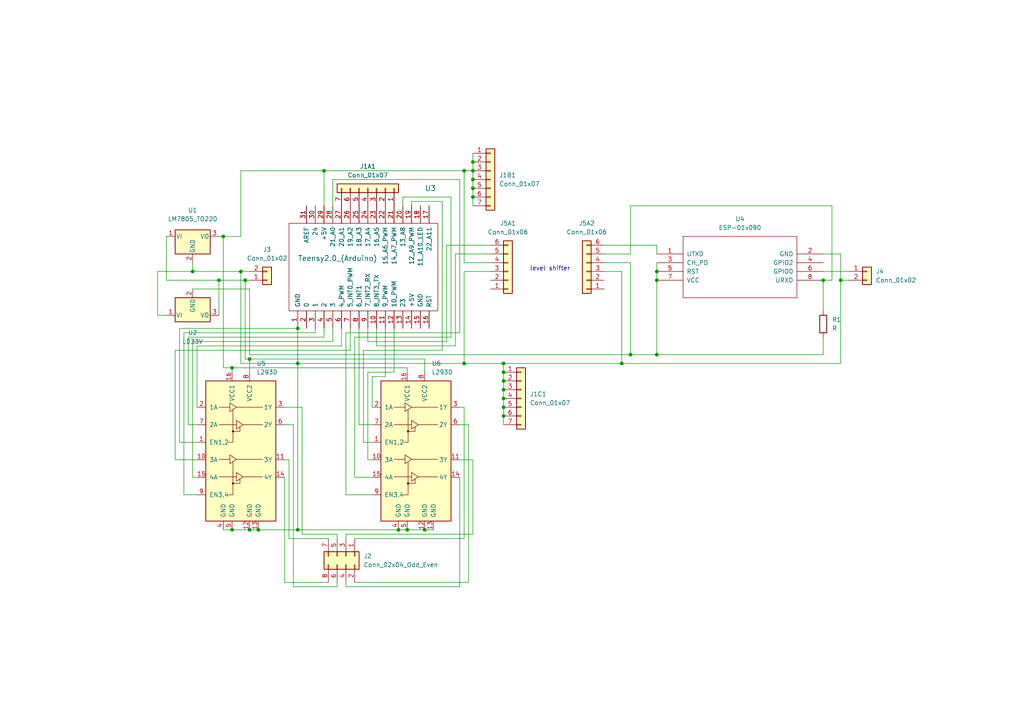
<source format=kicad_sch>
(kicad_sch (version 20211123) (generator eeschema)
  (paper "A4")
  (lib_symbols
    (symbol "Connector_Generic:Conn_01x02" (pin_names (offset 1.016) hide)
      (property "Reference" "J" (at 0 2.54 0))
      (property "Value" "Conn_01x02" (at 0 -5.08 0))
      (symbol "Conn_01x02_1_1"
        (rectangle (start -1.27 -2.413) (end 0 -2.667) (stroke (width 0.1524)))
        (rectangle (start -1.27 0.127) (end 0 -0.127) (stroke (width 0.1524)))
        (rectangle (start -1.27 1.27) (end 1.27 -3.81) (stroke (width 0.254)) (fill (type background)))
        (pin passive line (at -5.08 0 0) (length 3.81) (name "Pin_1") (number "1"))
        (pin passive line (at -5.08 -2.54 0) (length 3.81) (name "Pin_2") (number "2"))
      )
    )
    (symbol "Connector_Generic:Conn_01x06" (pin_names (offset 1.016) hide)
      (property "Reference" "J" (at 0 7.62 0))
      (property "Value" "Conn_01x06" (at 0 -10.16 0))
      (symbol "Conn_01x06_1_1"
        (rectangle (start -1.27 -7.493) (end 0 -7.747) (stroke (width 0.1524)))
        (rectangle (start -1.27 -4.953) (end 0 -5.207) (stroke (width 0.1524)))
        (rectangle (start -1.27 -2.413) (end 0 -2.667) (stroke (width 0.1524)))
        (rectangle (start -1.27 0.127) (end 0 -0.127) (stroke (width 0.1524)))
        (rectangle (start -1.27 2.667) (end 0 2.413) (stroke (width 0.1524)))
        (rectangle (start -1.27 5.207) (end 0 4.953) (stroke (width 0.1524)))
        (rectangle (start -1.27 6.35) (end 1.27 -8.89) (stroke (width 0.254)) (fill (type background)))
        (pin passive line (at -5.08 5.08 0) (length 3.81) (name "Pin_1") (number "1"))
        (pin passive line (at -5.08 2.54 0) (length 3.81) (name "Pin_2") (number "2"))
        (pin passive line (at -5.08 0 0) (length 3.81) (name "Pin_3") (number "3"))
        (pin passive line (at -5.08 -2.54 0) (length 3.81) (name "Pin_4") (number "4"))
        (pin passive line (at -5.08 -5.08 0) (length 3.81) (name "Pin_5") (number "5"))
        (pin passive line (at -5.08 -7.62 0) (length 3.81) (name "Pin_6") (number "6"))
      )
    )
    (symbol "Connector_Generic:Conn_01x07" (pin_names (offset 1.016) hide)
      (property "Reference" "J" (at 0 10.16 0))
      (property "Value" "Conn_01x07" (at 0 -10.16 0))
      (symbol "Conn_01x07_1_1"
        (rectangle (start -1.27 -7.493) (end 0 -7.747) (stroke (width 0.1524)))
        (rectangle (start -1.27 -4.953) (end 0 -5.207) (stroke (width 0.1524)))
        (rectangle (start -1.27 -2.413) (end 0 -2.667) (stroke (width 0.1524)))
        (rectangle (start -1.27 0.127) (end 0 -0.127) (stroke (width 0.1524)))
        (rectangle (start -1.27 2.667) (end 0 2.413) (stroke (width 0.1524)))
        (rectangle (start -1.27 5.207) (end 0 4.953) (stroke (width 0.1524)))
        (rectangle (start -1.27 7.747) (end 0 7.493) (stroke (width 0.1524)))
        (rectangle (start -1.27 8.89) (end 1.27 -8.89) (stroke (width 0.254)) (fill (type background)))
        (pin passive line (at -5.08 7.62 0) (length 3.81) (name "Pin_1") (number "1"))
        (pin passive line (at -5.08 5.08 0) (length 3.81) (name "Pin_2") (number "2"))
        (pin passive line (at -5.08 2.54 0) (length 3.81) (name "Pin_3") (number "3"))
        (pin passive line (at -5.08 0 0) (length 3.81) (name "Pin_4") (number "4"))
        (pin passive line (at -5.08 -2.54 0) (length 3.81) (name "Pin_5") (number "5"))
        (pin passive line (at -5.08 -5.08 0) (length 3.81) (name "Pin_6") (number "6"))
        (pin passive line (at -5.08 -7.62 0) (length 3.81) (name "Pin_7") (number "7"))
      )
    )
    (symbol "Connector_Generic:Conn_02x04_Odd_Even" (pin_names (offset 1.016) hide)
      (property "Reference" "J" (at 1.27 5.08 0))
      (property "Value" "Conn_02x04_Odd_Even" (at 1.27 -7.62 0))
      (symbol "Conn_02x04_Odd_Even_1_1"
        (rectangle (start -1.27 -4.953) (end 0 -5.207) (stroke (width 0.1524)))
        (rectangle (start -1.27 -2.413) (end 0 -2.667) (stroke (width 0.1524)))
        (rectangle (start -1.27 0.127) (end 0 -0.127) (stroke (width 0.1524)))
        (rectangle (start -1.27 2.667) (end 0 2.413) (stroke (width 0.1524)))
        (rectangle (start -1.27 3.81) (end 3.81 -6.35) (stroke (width 0.254)) (fill (type background)))
        (rectangle (start 3.81 -4.953) (end 2.54 -5.207) (stroke (width 0.1524)))
        (rectangle (start 3.81 -2.413) (end 2.54 -2.667) (stroke (width 0.1524)))
        (rectangle (start 3.81 0.127) (end 2.54 -0.127) (stroke (width 0.1524)))
        (rectangle (start 3.81 2.667) (end 2.54 2.413) (stroke (width 0.1524)))
        (pin passive line (at -5.08 2.54 0) (length 3.81) (name "Pin_1") (number "1"))
        (pin passive line (at 7.62 2.54 180) (length 3.81) (name "Pin_2") (number "2"))
        (pin passive line (at -5.08 0 0) (length 3.81) (name "Pin_3") (number "3"))
        (pin passive line (at 7.62 0 180) (length 3.81) (name "Pin_4") (number "4"))
        (pin passive line (at -5.08 -2.54 0) (length 3.81) (name "Pin_5") (number "5"))
        (pin passive line (at 7.62 -2.54 180) (length 3.81) (name "Pin_6") (number "6"))
        (pin passive line (at -5.08 -5.08 0) (length 3.81) (name "Pin_7") (number "7"))
        (pin passive line (at 7.62 -5.08 180) (length 3.81) (name "Pin_8") (number "8"))
      )
    )
    (symbol "Device:R" (pin_numbers hide) (pin_names (offset 0))
      (property "Reference" "R" (at 2.032 0 90))
      (property "Value" "R" (at 0 0 90))
      (symbol "R_0_1"
        (rectangle (start -1.016 -2.54) (end 1.016 2.54) (stroke (width 0.254)))
      )
      (symbol "R_1_1"
        (pin passive line (at 0 3.81 270) (length 1.27) (name "~") (number "1"))
        (pin passive line (at 0 -3.81 90) (length 1.27) (name "~") (number "2"))
      )
    )
    (symbol "Driver_Motor:L293D" (pin_names (offset 1.016))
      (property "Reference" "U" (at -5.08 26.035 0))
      (property "Value" "L293D" (at -5.08 24.13 0))
      (symbol "L293D_0_1"
        (rectangle (start -10.16 22.86) (end 10.16 -17.78) (stroke (width 0.254)) (fill (type background)))
        (circle (center -2.286 -6.858) (radius 0.254) (fill (type outline)))
        (circle (center -2.286 8.255) (radius 0.254) (fill (type outline)))
        (polyline (pts (xy -6.35 -4.953) (xy -1.27 -4.953)))
        (polyline (pts (xy -6.35 0.127) (xy -3.175 0.127)))
        (polyline (pts (xy -6.35 10.16) (xy -1.27 10.16)))
        (polyline (pts (xy -6.35 15.24) (xy -3.175 15.24)))
        (polyline (pts (xy -1.27 0.127) (xy 6.35 0.127)))
        (polyline (pts (xy -1.27 15.24) (xy 6.35 15.24)))
        (polyline (pts (xy 0.635 -4.953) (xy 6.35 -4.953)))
        (polyline (pts (xy 0.635 10.16) (xy 6.35 10.16)))
        (polyline (pts (xy -2.286 -6.858) (xy -0.254 -6.858) (xy -0.254 -5.588)))
        (polyline (pts (xy -2.286 -0.635) (xy -2.286 -10.16) (xy -3.556 -10.16)))
        (polyline (pts (xy -2.286 8.255) (xy -0.254 8.255) (xy -0.254 9.525)))
        (polyline (pts (xy -2.286 14.478) (xy -2.286 5.08) (xy -3.556 5.08)))
        (polyline (pts (xy -3.175 1.397) (xy -3.175 -1.143) (xy -1.27 0.127) (xy -3.175 1.397)))
        (polyline (pts (xy -3.175 16.51) (xy -3.175 13.97) (xy -1.27 15.24) (xy -3.175 16.51)))
        (polyline (pts (xy -1.27 -3.683) (xy -1.27 -6.223) (xy 0.635 -4.953) (xy -1.27 -3.683)))
        (polyline (pts (xy -1.27 11.43) (xy -1.27 8.89) (xy 0.635 10.16) (xy -1.27 11.43)))
      )
      (symbol "L293D_1_1"
        (pin input line (at -12.7 5.08 0) (length 2.54) (name "EN1,2") (number "1"))
        (pin input line (at -12.7 0 0) (length 2.54) (name "3A") (number "10"))
        (pin output line (at 12.7 0 180) (length 2.54) (name "3Y") (number "11"))
        (pin power_in line (at 2.54 -20.32 90) (length 2.54) (name "GND") (number "12"))
        (pin power_in line (at 5.08 -20.32 90) (length 2.54) (name "GND") (number "13"))
        (pin output line (at 12.7 -5.08 180) (length 2.54) (name "4Y") (number "14"))
        (pin input line (at -12.7 -5.08 0) (length 2.54) (name "4A") (number "15"))
        (pin power_in line (at -2.54 25.4 270) (length 2.54) (name "VCC1") (number "16"))
        (pin input line (at -12.7 15.24 0) (length 2.54) (name "1A") (number "2"))
        (pin output line (at 12.7 15.24 180) (length 2.54) (name "1Y") (number "3"))
        (pin power_in line (at -5.08 -20.32 90) (length 2.54) (name "GND") (number "4"))
        (pin power_in line (at -2.54 -20.32 90) (length 2.54) (name "GND") (number "5"))
        (pin output line (at 12.7 10.16 180) (length 2.54) (name "2Y") (number "6"))
        (pin input line (at -12.7 10.16 0) (length 2.54) (name "2A") (number "7"))
        (pin power_in line (at 2.54 25.4 270) (length 2.54) (name "VCC2") (number "8"))
        (pin input line (at -12.7 -10.16 0) (length 2.54) (name "EN3,4") (number "9"))
      )
    )
    (symbol "ESP8266:ESP-01v090" (pin_names (offset 1.016))
      (property "Reference" "U" (at 0 -2.54 0))
      (property "Value" "ESP-01v090" (at 0 2.54 0))
      (symbol "ESP-01v090_1_0"
        (rectangle (start -16.51 -8.89) (end 16.51 8.89))
      )
      (symbol "ESP-01v090_1_1"
        (pin output line (at -24.13 3.81 0) (length 7.62) (name "UTXD") (number "1"))
        (pin power_in line (at 24.13 3.81 180) (length 7.62) (name "GND") (number "2"))
        (pin input line (at -24.13 1.27 0) (length 7.62) (name "CH_PD") (number "3"))
        (pin tri_state line (at 24.13 1.27 180) (length 7.62) (name "GPIO2") (number "4"))
        (pin input line (at -24.13 -1.27 0) (length 7.62) (name "RST") (number "5"))
        (pin tri_state line (at 24.13 -1.27 180) (length 7.62) (name "GPIO0") (number "6"))
        (pin power_in line (at -24.13 -3.81 0) (length 7.62) (name "VCC") (number "7"))
        (pin input line (at 24.13 -3.81 180) (length 7.62) (name "URXD") (number "8"))
      )
    )
    (symbol "Regulator_Linear:LM7805_TO220" (pin_names (offset 0.254))
      (property "Reference" "U" (at -3.81 3.175 0))
      (property "Value" "LM7805_TO220" (at 0 3.175 0))
      (symbol "LM7805_TO220_0_1"
        (rectangle (start -5.08 1.905) (end 5.08 -5.08) (stroke (width 0.254)) (fill (type background)))
      )
      (symbol "LM7805_TO220_1_1"
        (pin power_in line (at -7.62 0 0) (length 2.54) (name "VI") (number "1"))
        (pin power_in line (at 0 -7.62 90) (length 2.54) (name "GND") (number "2"))
        (pin power_out line (at 7.62 0 180) (length 2.54) (name "VO") (number "3"))
      )
    )
    (symbol "teensy:Teensy2.0_(Arduino)" (pin_names (offset 1.016))
      (property "Reference" "U" (at 0 24.13 0))
      (property "Value" "Teensy2.0_(Arduino)" (at 0 -24.13 0))
      (symbol "Teensy2.0_(Arduino)_0_1"
        (rectangle (start -12.7 21.59) (end 12.7 -21.59))
      )
      (symbol "Teensy2.0_(Arduino)_1_1"
        (pin power_in line (at -17.78 19.05 0) (length 5.08) (name "GND") (number "1"))
        (pin bidirectional line (at -17.78 -3.81 0) (length 5.08) (name "8_INT3_TX") (number "10"))
        (pin bidirectional line (at -17.78 -6.35 0) (length 5.08) (name "9_PWM") (number "11"))
        (pin bidirectional line (at -17.78 -8.89 0) (length 5.08) (name "10_PWM") (number "12"))
        (pin bidirectional line (at -17.78 -11.43 0) (length 5.08) (name "23") (number "13"))
        (pin power_in line (at -17.78 -13.97 0) (length 5.08) (name "+5V") (number "14"))
        (pin power_in line (at -17.78 -16.51 0) (length 5.08) (name "GND") (number "15"))
        (pin input line (at -17.78 -19.05 0) (length 5.08) (name "RST") (number "16"))
        (pin bidirectional line (at 17.78 -19.05 180) (length 5.08) (name "22_A11") (number "17"))
        (pin bidirectional line (at 17.78 -16.51 180) (length 5.08) (name "11_A10_LED") (number "18"))
        (pin bidirectional line (at 17.78 -13.97 180) (length 5.08) (name "12_A9_PWM") (number "19"))
        (pin bidirectional line (at -17.78 16.51 0) (length 5.08) (name "0") (number "2"))
        (pin bidirectional line (at 17.78 -11.43 180) (length 5.08) (name "13_A8") (number "20"))
        (pin bidirectional line (at 17.78 -8.89 180) (length 5.08) (name "14_A7_PWM") (number "21"))
        (pin bidirectional line (at 17.78 -6.35 180) (length 5.08) (name "15_A6_PWM") (number "22"))
        (pin bidirectional line (at 17.78 -3.81 180) (length 5.08) (name "16_A5") (number "23"))
        (pin bidirectional line (at 17.78 -1.27 180) (length 5.08) (name "17_A4") (number "24"))
        (pin bidirectional line (at 17.78 1.27 180) (length 5.08) (name "18_A3") (number "25"))
        (pin bidirectional line (at 17.78 3.81 180) (length 5.08) (name "19_A2") (number "26"))
        (pin bidirectional line (at 17.78 6.35 180) (length 5.08) (name "20_A1") (number "27"))
        (pin bidirectional line (at 17.78 8.89 180) (length 5.08) (name "21_A0") (number "28"))
        (pin power_in line (at 17.78 11.43 180) (length 5.08) (name "+5V") (number "29"))
        (pin bidirectional line (at -17.78 13.97 0) (length 5.08) (name "1") (number "3"))
        (pin bidirectional line (at 17.78 13.97 180) (length 5.08) (name "24") (number "30"))
        (pin input line (at 17.78 16.51 180) (length 5.08) (name "AREF") (number "31"))
        (pin bidirectional line (at -17.78 11.43 0) (length 5.08) (name "2") (number "4"))
        (pin bidirectional line (at -17.78 8.89 0) (length 5.08) (name "3") (number "5"))
        (pin bidirectional line (at -17.78 6.35 0) (length 5.08) (name "4_PWM") (number "6"))
        (pin bidirectional line (at -17.78 3.81 0) (length 5.08) (name "5_INT0_PWM") (number "7"))
        (pin bidirectional line (at -17.78 1.27 0) (length 5.08) (name "6_INT1") (number "8"))
        (pin bidirectional line (at -17.78 -1.27 0) (length 5.08) (name "7_INT2_RX") (number "9"))
      )
    )
  )
  (junction (at 72.39 153.67))
  (junction (at 69.85 78.74))
  (junction (at 137.16 57.15))
  (junction (at 118.11 153.67))
  (junction (at 238.76 81.28))
  (junction (at 180.34 105.41))
  (junction (at 86.36 153.67))
  (junction (at 134.62 49.53))
  (junction (at 63.5 81.28))
  (junction (at 86.36 95.25))
  (junction (at 86.36 105.41))
  (junction (at 182.88 102.87))
  (junction (at 190.5 81.28))
  (junction (at 146.05 113.03))
  (junction (at 93.98 49.53))
  (junction (at 72.39 104.14))
  (junction (at 67.31 106.68))
  (junction (at 137.16 52.07))
  (junction (at 71.12 81.28))
  (junction (at 55.88 78.74))
  (junction (at 137.16 54.61))
  (junction (at 146.05 120.65))
  (junction (at 146.05 115.57))
  (junction (at 137.16 46.99))
  (junction (at 137.16 49.53))
  (junction (at 115.57 153.67))
  (junction (at 74.93 153.67))
  (junction (at 123.19 153.67))
  (junction (at 243.84 81.28))
  (junction (at 64.77 68.58))
  (junction (at 146.05 107.95))
  (junction (at 190.5 78.74))
  (junction (at 146.05 110.49))
  (junction (at 146.05 105.41))
  (junction (at 146.05 118.11))
  (junction (at 67.31 153.67))
  (junction (at 134.62 105.41))
  (junction (at 190.5 102.87))
  (wire (pts (xy 69.85 68.58) (xy 69.85 49.53)))
  (wire (pts (xy 106.68 99.06) (xy 129.54 99.06)))
  (wire (pts (xy 137.16 49.53) (xy 137.16 52.07)))
  (wire (pts (xy 82.55 133.35) (xy 83.82 133.35)))
  (wire (pts (xy 54.61 97.79) (xy 54.61 123.19)))
  (wire (pts (xy 133.35 133.35) (xy 137.16 133.35)))
  (wire (pts (xy 85.09 170.18) (xy 97.79 170.18)))
  (wire (pts (xy 182.88 73.66) (xy 182.88 59.69)))
  (wire (pts (xy 86.36 105.41) (xy 134.62 105.41)))
  (wire (pts (xy 129.54 71.12) (xy 129.54 99.06)))
  (wire (pts (xy 96.52 52.07) (xy 133.35 52.07)))
  (wire (pts (xy 137.16 54.61) (xy 137.16 57.15)))
  (wire (pts (xy 93.98 49.53) (xy 134.62 49.53)))
  (wire (pts (xy 71.12 104.14) (xy 71.12 81.28)))
  (wire (pts (xy 48.26 68.58) (xy 48.26 81.28)))
  (wire (pts (xy 86.36 105.41) (xy 86.36 153.67)))
  (wire (pts (xy 100.33 96.52) (xy 100.33 143.51)))
  (wire (pts (xy 67.31 106.68) (xy 67.31 107.95)))
  (wire (pts (xy 243.84 81.28) (xy 246.38 81.28)))
  (wire (pts (xy 48.26 81.28) (xy 63.5 81.28)))
  (wire (pts (xy 182.88 102.87) (xy 182.88 76.2)))
  (wire (pts (xy 106.68 107.95) (xy 106.68 133.35)))
  (wire (pts (xy 109.22 100.33) (xy 132.08 100.33)))
  (wire (pts (xy 107.95 109.22) (xy 107.95 118.11)))
  (wire (pts (xy 83.82 156.21) (xy 83.82 133.35)))
  (wire (pts (xy 133.35 96.52) (xy 100.33 96.52)))
  (wire (pts (xy 142.24 71.12) (xy 129.54 71.12)))
  (wire (pts (xy 87.63 118.11) (xy 87.63 154.94)))
  (wire (pts (xy 130.81 57.15) (xy 130.81 97.79)))
  (wire (pts (xy 63.5 68.58) (xy 64.77 68.58)))
  (wire (pts (xy 72.39 102.87) (xy 182.88 102.87)))
  (wire (pts (xy 130.81 97.79) (xy 102.87 97.79)))
  (wire (pts (xy 101.6 95.25) (xy 101.6 101.6)))
  (wire (pts (xy 119.38 58.42) (xy 128.27 58.42)))
  (wire (pts (xy 82.55 138.43) (xy 82.55 168.91)))
  (wire (pts (xy 91.44 96.52) (xy 53.34 96.52)))
  (wire (pts (xy 118.11 106.68) (xy 118.11 107.95)))
  (wire (pts (xy 111.76 109.22) (xy 107.95 109.22)))
  (wire (pts (xy 182.88 59.69) (xy 241.3 59.69)))
  (wire (pts (xy 146.05 118.11) (xy 146.05 120.65)))
  (wire (pts (xy 67.31 106.68) (xy 118.11 106.68)))
  (wire (pts (xy 119.38 59.69) (xy 119.38 58.42)))
  (wire (pts (xy 82.55 168.91) (xy 95.25 168.91)))
  (wire (pts (xy 50.8 133.35) (xy 57.15 133.35)))
  (wire (pts (xy 137.16 44.45) (xy 137.16 46.99)))
  (wire (pts (xy 106.68 133.35) (xy 107.95 133.35)))
  (wire (pts (xy 55.88 76.2) (xy 55.88 78.74)))
  (wire (pts (xy 142.24 76.2) (xy 134.62 76.2)))
  (wire (pts (xy 133.35 52.07) (xy 133.35 96.52)))
  (wire (pts (xy 97.79 154.94) (xy 97.79 156.21)))
  (wire (pts (xy 115.57 153.67) (xy 118.11 153.67)))
  (wire (pts (xy 55.88 83.82) (xy 72.39 83.82)))
  (wire (pts (xy 111.76 95.25) (xy 111.76 109.22)))
  (wire (pts (xy 135.89 123.19) (xy 135.89 168.91)))
  (wire (pts (xy 104.14 123.19) (xy 107.95 123.19)))
  (wire (pts (xy 132.08 100.33) (xy 132.08 73.66)))
  (wire (pts (xy 238.76 73.66) (xy 243.84 73.66)))
  (wire (pts (xy 109.22 95.25) (xy 109.22 100.33)))
  (wire (pts (xy 182.88 102.87) (xy 190.5 102.87)))
  (wire (pts (xy 133.35 123.19) (xy 135.89 123.19)))
  (wire (pts (xy 63.5 81.28) (xy 63.5 91.44)))
  (wire (pts (xy 241.3 59.69) (xy 241.3 81.28)))
  (wire (pts (xy 99.06 100.33) (xy 57.15 100.33)))
  (wire (pts (xy 146.05 113.03) (xy 146.05 115.57)))
  (wire (pts (xy 123.19 104.14) (xy 72.39 104.14)))
  (wire (pts (xy 95.25 156.21) (xy 83.82 156.21)))
  (wire (pts (xy 190.5 78.74) (xy 190.5 81.28)))
  (wire (pts (xy 71.12 81.28) (xy 72.39 81.28)))
  (wire (pts (xy 137.16 52.07) (xy 137.16 54.61)))
  (wire (pts (xy 105.41 128.27) (xy 107.95 128.27)))
  (wire (pts (xy 146.05 107.95) (xy 146.05 110.49)))
  (wire (pts (xy 114.3 107.95) (xy 106.68 107.95)))
  (wire (pts (xy 146.05 120.65) (xy 146.05 123.19)))
  (wire (pts (xy 134.62 156.21) (xy 134.62 118.11)))
  (wire (pts (xy 137.16 46.99) (xy 137.16 49.53)))
  (wire (pts (xy 137.16 133.35) (xy 137.16 154.94)))
  (wire (pts (xy 100.33 154.94) (xy 100.33 156.21)))
  (wire (pts (xy 53.34 143.51) (xy 57.15 143.51)))
  (wire (pts (xy 190.5 76.2) (xy 190.5 78.74)))
  (wire (pts (xy 134.62 105.41) (xy 134.62 78.74)))
  (wire (pts (xy 146.05 105.41) (xy 180.34 105.41)))
  (wire (pts (xy 72.39 83.82) (xy 72.39 102.87)))
  (wire (pts (xy 64.77 68.58) (xy 69.85 68.58)))
  (wire (pts (xy 69.85 105.41) (xy 86.36 105.41)))
  (wire (pts (xy 133.35 170.18) (xy 100.33 170.18)))
  (wire (pts (xy 133.35 138.43) (xy 133.35 170.18)))
  (wire (pts (xy 82.55 118.11) (xy 87.63 118.11)))
  (wire (pts (xy 87.63 154.94) (xy 97.79 154.94)))
  (wire (pts (xy 104.14 95.25) (xy 104.14 123.19)))
  (wire (pts (xy 123.19 107.95) (xy 123.19 104.14)))
  (wire (pts (xy 86.36 153.67) (xy 115.57 153.67)))
  (wire (pts (xy 105.41 101.6) (xy 105.41 128.27)))
  (wire (pts (xy 93.98 49.53) (xy 93.98 59.69)))
  (wire (pts (xy 134.62 78.74) (xy 142.24 78.74)))
  (wire (pts (xy 128.27 101.6) (xy 105.41 101.6)))
  (wire (pts (xy 69.85 49.53) (xy 93.98 49.53)))
  (wire (pts (xy 238.76 81.28) (xy 238.76 90.17)))
  (wire (pts (xy 45.72 91.44) (xy 48.26 91.44)))
  (wire (pts (xy 175.26 73.66) (xy 182.88 73.66)))
  (wire (pts (xy 55.88 138.43) (xy 57.15 138.43)))
  (wire (pts (xy 72.39 104.14) (xy 72.39 107.95)))
  (wire (pts (xy 180.34 78.74) (xy 180.34 105.41)))
  (wire (pts (xy 134.62 105.41) (xy 146.05 105.41)))
  (wire (pts (xy 100.33 143.51) (xy 107.95 143.51)))
  (wire (pts (xy 57.15 100.33) (xy 57.15 118.11)))
  (wire (pts (xy 190.5 102.87) (xy 190.5 81.28)))
  (wire (pts (xy 116.84 59.69) (xy 116.84 57.15)))
  (wire (pts (xy 123.19 153.67) (xy 125.73 153.67)))
  (wire (pts (xy 45.72 78.74) (xy 45.72 91.44)))
  (wire (pts (xy 175.26 71.12) (xy 190.5 71.12)))
  (wire (pts (xy 64.77 68.58) (xy 64.77 106.68)))
  (wire (pts (xy 100.33 168.91) (xy 100.33 170.18)))
  (wire (pts (xy 134.62 49.53) (xy 137.16 49.53)))
  (wire (pts (xy 146.05 105.41) (xy 146.05 107.95)))
  (wire (pts (xy 238.76 78.74) (xy 246.38 78.74)))
  (wire (pts (xy 137.16 57.15) (xy 137.16 59.69)))
  (wire (pts (xy 97.79 170.18) (xy 97.79 168.91)))
  (wire (pts (xy 52.07 128.27) (xy 57.15 128.27)))
  (wire (pts (xy 238.76 102.87) (xy 190.5 102.87)))
  (wire (pts (xy 175.26 76.2) (xy 182.88 76.2)))
  (wire (pts (xy 116.84 57.15) (xy 130.81 57.15)))
  (wire (pts (xy 243.84 105.41) (xy 243.84 81.28)))
  (wire (pts (xy 175.26 78.74) (xy 180.34 78.74)))
  (wire (pts (xy 102.87 97.79) (xy 102.87 138.43)))
  (wire (pts (xy 114.3 95.25) (xy 114.3 107.95)))
  (wire (pts (xy 96.52 99.06) (xy 55.88 99.06)))
  (wire (pts (xy 99.06 95.25) (xy 99.06 100.33)))
  (wire (pts (xy 52.07 95.25) (xy 52.07 128.27)))
  (wire (pts (xy 55.88 99.06) (xy 55.88 138.43)))
  (wire (pts (xy 82.55 123.19) (xy 85.09 123.19)))
  (wire (pts (xy 137.16 154.94) (xy 100.33 154.94)))
  (wire (pts (xy 72.39 104.14) (xy 71.12 104.14)))
  (wire (pts (xy 93.98 95.25) (xy 93.98 97.79)))
  (wire (pts (xy 102.87 156.21) (xy 134.62 156.21)))
  (wire (pts (xy 69.85 78.74) (xy 69.85 105.41)))
  (wire (pts (xy 64.77 106.68) (xy 67.31 106.68)))
  (wire (pts (xy 53.34 96.52) (xy 53.34 143.51)))
  (wire (pts (xy 72.39 153.67) (xy 74.93 153.67)))
  (wire (pts (xy 134.62 76.2) (xy 134.62 49.53)))
  (wire (pts (xy 132.08 73.66) (xy 142.24 73.66)))
  (wire (pts (xy 91.44 95.25) (xy 91.44 96.52)))
  (wire (pts (xy 67.31 153.67) (xy 72.39 153.67)))
  (wire (pts (xy 86.36 95.25) (xy 86.36 105.41)))
  (wire (pts (xy 118.11 153.67) (xy 123.19 153.67)))
  (wire (pts (xy 146.05 110.49) (xy 146.05 113.03)))
  (wire (pts (xy 52.07 95.25) (xy 86.36 95.25)))
  (wire (pts (xy 180.34 105.41) (xy 243.84 105.41)))
  (wire (pts (xy 238.76 97.79) (xy 238.76 102.87)))
  (wire (pts (xy 106.68 95.25) (xy 106.68 99.06)))
  (wire (pts (xy 55.88 78.74) (xy 45.72 78.74)))
  (wire (pts (xy 102.87 138.43) (xy 107.95 138.43)))
  (wire (pts (xy 238.76 81.28) (xy 241.3 81.28)))
  (wire (pts (xy 190.5 71.12) (xy 190.5 73.66)))
  (wire (pts (xy 85.09 123.19) (xy 85.09 170.18)))
  (wire (pts (xy 133.35 118.11) (xy 134.62 118.11)))
  (wire (pts (xy 93.98 97.79) (xy 54.61 97.79)))
  (wire (pts (xy 63.5 81.28) (xy 71.12 81.28)))
  (wire (pts (xy 101.6 101.6) (xy 50.8 101.6)))
  (wire (pts (xy 54.61 123.19) (xy 57.15 123.19)))
  (wire (pts (xy 128.27 58.42) (xy 128.27 101.6)))
  (wire (pts (xy 55.88 78.74) (xy 69.85 78.74)))
  (wire (pts (xy 96.52 95.25) (xy 96.52 99.06)))
  (wire (pts (xy 86.36 153.67) (xy 74.93 153.67)))
  (wire (pts (xy 50.8 101.6) (xy 50.8 133.35)))
  (wire (pts (xy 69.85 78.74) (xy 72.39 78.74)))
  (wire (pts (xy 102.87 168.91) (xy 135.89 168.91)))
  (wire (pts (xy 96.52 59.69) (xy 96.52 52.07)))
  (wire (pts (xy 146.05 115.57) (xy 146.05 118.11)))
  (wire (pts (xy 243.84 81.28) (xy 243.84 73.66)))
  (wire (pts (xy 64.77 153.67) (xy 67.31 153.67)))
  (text "level shifter" (at 153.67 78.74 0) (effects (font (size 1.27 1.27)) (justify left bottom)))
  (symbol (lib_id "Driver_Motor:L293D") (at 120.65 133.35 0) (unit 1)
    (property "Reference" "U6" (at 125.2094 105.41 0) (effects (justify left)))
    (property "Value" "L293D" (at 125.2094 107.95 0) (effects (justify left)))
    (property "Footprint" "Package_DIP:DIP-16_W7.62mm" (effects hide))
    (property "Datasheet" "http://www.ti.com/lit/ds/symlink/l293.pdf" (effects hide))
  )
  (symbol (lib_id "Connector_Generic:Conn_01x06") (at 147.32 78.74 0) (mirror x) (unit 1)
    (property "Reference" "J5A1" (at 147.32 64.77 0))
    (property "Value" "Conn_01x06" (at 147.32 67.31 0))
    (property "Footprint" "Connector_PinSocket_2.54mm:PinSocket_1x06_P2.54mm_Vertical" (effects hide))
  )
  (symbol (lib_id "Connector_Generic:Conn_01x07") (at 151.13 115.57 0) (unit 1)
    (property "Reference" "J1C1" (at 153.67 114.2999 0) (effects (justify left)))
    (property "Value" "Conn_01x07" (at 153.67 116.8399 0) (effects (justify left)))
    (property "Footprint" "Connector_PinSocket_2.54mm:PinSocket_1x07_P2.54mm_Vertical" (effects hide))
  )
  (symbol (lib_id "Connector_Generic:Conn_01x02") (at 77.47 81.28 0) (mirror x) (unit 1)
    (property "Reference" "J3" (at 77.47 72.39 0))
    (property "Value" "Conn_01x02" (at 77.47 74.93 0))
    (property "Footprint" "Connector_PinSocket_2.54mm:PinSocket_1x02_P2.54mm_Vertical" (effects hide))
  )
  (symbol (lib_id "Regulator_Linear:LM7805_TO220") (at 55.88 68.58 0) (unit 1)
    (property "Reference" "U1" (at 55.88 60.96 0))
    (property "Value" "LM7805_TO220" (at 55.88 63.5 0))
    (property "Footprint" "Package_TO_SOT_THT:TO-220-3_Horizontal_TabDown" (effects hide))
    (property "Datasheet" "https://www.onsemi.cn/PowerSolutions/document/MC7800-D.PDF" (effects hide))
  )
  (symbol (lib_id "ESP8266:ESP-01v090") (at 214.63 77.47 0) (unit 1)
    (property "Reference" "U4" (at 214.63 63.5 0))
    (property "Value" "ESP-01v090" (at 214.63 66.04 0))
    (property "Footprint" "ESP8266:ESP-01" (effects hide))
    (property "Datasheet" "http://l0l.org.uk/2014/12/esp8266-modules-hardware-guide-gotta-catch-em-all/" (effects hide))
  )
  (symbol (lib_id "Connector_Generic:Conn_01x07") (at 142.24 52.07 0) (unit 1)
    (property "Reference" "J1B1" (at 144.78 50.7999 0) (effects (justify left)))
    (property "Value" "Conn_01x07" (at 144.78 53.3399 0) (effects (justify left)))
    (property "Footprint" "Connector_PinSocket_2.54mm:PinSocket_1x07_P2.54mm_Vertical" (effects hide))
  )
  (symbol (lib_id "teensy:Teensy2.0_(Arduino)") (at 105.41 77.47 90) (unit 1)
    (property "Reference" "U3" (at 123.19 54.61 90) (effects (font (size 1.524 1.524)) (justify right)))
    (property "Value" "Teensy2.0_(Arduino)" (at 86.36 74.93 90) (effects (font (size 1.524 1.524)) (justify right)))
    (property "Footprint" "teensy:Teensy2.0" (effects hide))
  )
  (symbol (lib_id "Connector_Generic:Conn_01x07") (at 106.68 54.61 270) (mirror x) (unit 1)
    (property "Reference" "J1A1" (at 106.68 48.26 90))
    (property "Value" "Conn_01x07" (at 106.68 50.8 90))
    (property "Footprint" "Connector_PinSocket_2.54mm:PinSocket_1x07_P2.54mm_Vertical" (effects hide))
  )
  (symbol (lib_id "Driver_Motor:L293D") (at 69.85 133.35 0) (unit 1)
    (property "Reference" "U5" (at 74.4094 105.41 0) (effects (justify left)))
    (property "Value" "L293D" (at 74.4094 107.95 0) (effects (justify left)))
    (property "Footprint" "Package_DIP:DIP-16_W7.62mm" (effects hide))
    (property "Datasheet" "http://www.ti.com/lit/ds/symlink/l293.pdf" (effects hide))
  )
  (symbol (lib_id "Connector_Generic:Conn_02x04_Odd_Even") (at 100.33 161.29 270) (unit 1)
    (property "Reference" "J2" (at 105.41 161.2899 90) (effects (justify left)))
    (property "Value" "Conn_02x04_Odd_Even" (at 105.41 163.8299 90) (effects (justify left)))
    (property "Footprint" "Connector_PinSocket_2.54mm:PinSocket_2x04_P2.54mm_Vertical" (effects hide))
  )
  (symbol (lib_id "Connector_Generic:Conn_01x06") (at 170.18 78.74 180) (unit 1)
    (property "Reference" "J5A2" (at 170.18 64.77 0))
    (property "Value" "Conn_01x06" (at 170.18 67.31 0))
    (property "Footprint" "Connector_PinSocket_2.54mm:PinSocket_1x06_P2.54mm_Vertical" (effects hide))
  )
  (symbol (lib_id "Regulator_Linear:LM7805_TO220") (at 55.88 91.44 0) (mirror x) (unit 1)
    (property "Reference" "U2" (at 55.88 96.52 0))
    (property "Value" "LD33V" (at 55.88 99.06 0))
    (property "Footprint" "Package_TO_SOT_THT:TO-220-3_Horizontal_TabDown" (effects hide))
    (property "Datasheet" "https://www.onsemi.cn/PowerSolutions/document/MC7800-D.PDF" (effects hide))
  )
  (symbol (lib_id "Connector_Generic:Conn_01x02") (at 251.46 78.74 0) (unit 1)
    (property "Reference" "J4" (at 254 78.7399 0) (effects (justify left)))
    (property "Value" "Conn_01x02" (at 254 81.2799 0) (effects (justify left)))
    (property "Footprint" "Connector_PinSocket_2.54mm:PinSocket_1x02_P2.54mm_Vertical" (effects hide))
  )
  (symbol (lib_id "Device:R") (at 238.76 93.98 0) (unit 1)
    (property "Reference" "R1" (at 241.3 92.7099 0) (effects (justify left)))
    (property "Value" "R" (at 241.3 95.2499 0) (effects (justify left)))
    (property "Footprint" "Resistor_THT:R_Axial_DIN0204_L3.6mm_D1.6mm_P7.62mm_Horizontal" (effects hide))
  )
)
</source>
